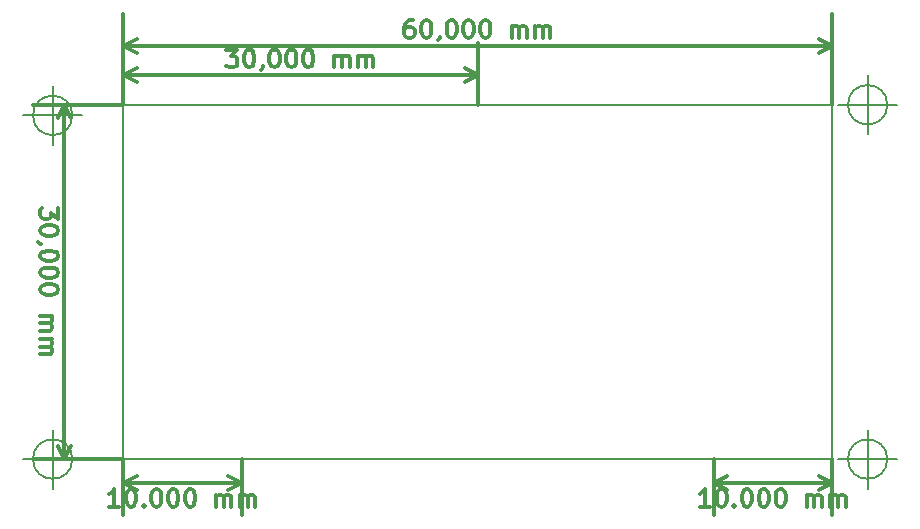
<source format=gbr>
G04 #@! TF.GenerationSoftware,KiCad,Pcbnew,(5.1.4)-1*
G04 #@! TF.CreationDate,2019-12-04T23:16:08+01:00*
G04 #@! TF.ProjectId,instru_bab_v2,696e7374-7275-45f6-9261-625f76322e6b,rev?*
G04 #@! TF.SameCoordinates,Original*
G04 #@! TF.FileFunction,Other,ECO1*
%FSLAX46Y46*%
G04 Gerber Fmt 4.6, Leading zero omitted, Abs format (unit mm)*
G04 Created by KiCad (PCBNEW (5.1.4)-1) date 2019-12-04 23:16:08*
%MOMM*%
%LPD*%
G04 APERTURE LIST*
%ADD10C,0.200000*%
%ADD11C,0.300000*%
G04 APERTURE END LIST*
D10*
X239666666Y-50000000D02*
G75*
G03X239666666Y-50000000I-1666666J0D01*
G01*
X235500000Y-50000000D02*
X240500000Y-50000000D01*
X238000000Y-47500000D02*
X238000000Y-52500000D01*
X170666666Y-50900000D02*
G75*
G03X170666666Y-50900000I-1666666J0D01*
G01*
X166500000Y-50900000D02*
X171500000Y-50900000D01*
X169000000Y-48400000D02*
X169000000Y-53400000D01*
X170666666Y-80000000D02*
G75*
G03X170666666Y-80000000I-1666666J0D01*
G01*
X166500000Y-80000000D02*
X171500000Y-80000000D01*
X169000000Y-77500000D02*
X169000000Y-82500000D01*
X239666666Y-80000000D02*
G75*
G03X239666666Y-80000000I-1666666J0D01*
G01*
X235500000Y-80000000D02*
X240500000Y-80000000D01*
X238000000Y-77500000D02*
X238000000Y-82500000D01*
D11*
X224642857Y-84028571D02*
X223785714Y-84028571D01*
X224214285Y-84028571D02*
X224214285Y-82528571D01*
X224071428Y-82742857D01*
X223928571Y-82885714D01*
X223785714Y-82957142D01*
X225571428Y-82528571D02*
X225714285Y-82528571D01*
X225857142Y-82600000D01*
X225928571Y-82671428D01*
X226000000Y-82814285D01*
X226071428Y-83100000D01*
X226071428Y-83457142D01*
X226000000Y-83742857D01*
X225928571Y-83885714D01*
X225857142Y-83957142D01*
X225714285Y-84028571D01*
X225571428Y-84028571D01*
X225428571Y-83957142D01*
X225357142Y-83885714D01*
X225285714Y-83742857D01*
X225214285Y-83457142D01*
X225214285Y-83100000D01*
X225285714Y-82814285D01*
X225357142Y-82671428D01*
X225428571Y-82600000D01*
X225571428Y-82528571D01*
X226714285Y-83885714D02*
X226785714Y-83957142D01*
X226714285Y-84028571D01*
X226642857Y-83957142D01*
X226714285Y-83885714D01*
X226714285Y-84028571D01*
X227714285Y-82528571D02*
X227857142Y-82528571D01*
X228000000Y-82600000D01*
X228071428Y-82671428D01*
X228142857Y-82814285D01*
X228214285Y-83100000D01*
X228214285Y-83457142D01*
X228142857Y-83742857D01*
X228071428Y-83885714D01*
X228000000Y-83957142D01*
X227857142Y-84028571D01*
X227714285Y-84028571D01*
X227571428Y-83957142D01*
X227500000Y-83885714D01*
X227428571Y-83742857D01*
X227357142Y-83457142D01*
X227357142Y-83100000D01*
X227428571Y-82814285D01*
X227500000Y-82671428D01*
X227571428Y-82600000D01*
X227714285Y-82528571D01*
X229142857Y-82528571D02*
X229285714Y-82528571D01*
X229428571Y-82600000D01*
X229500000Y-82671428D01*
X229571428Y-82814285D01*
X229642857Y-83100000D01*
X229642857Y-83457142D01*
X229571428Y-83742857D01*
X229500000Y-83885714D01*
X229428571Y-83957142D01*
X229285714Y-84028571D01*
X229142857Y-84028571D01*
X229000000Y-83957142D01*
X228928571Y-83885714D01*
X228857142Y-83742857D01*
X228785714Y-83457142D01*
X228785714Y-83100000D01*
X228857142Y-82814285D01*
X228928571Y-82671428D01*
X229000000Y-82600000D01*
X229142857Y-82528571D01*
X230571428Y-82528571D02*
X230714285Y-82528571D01*
X230857142Y-82600000D01*
X230928571Y-82671428D01*
X231000000Y-82814285D01*
X231071428Y-83100000D01*
X231071428Y-83457142D01*
X231000000Y-83742857D01*
X230928571Y-83885714D01*
X230857142Y-83957142D01*
X230714285Y-84028571D01*
X230571428Y-84028571D01*
X230428571Y-83957142D01*
X230357142Y-83885714D01*
X230285714Y-83742857D01*
X230214285Y-83457142D01*
X230214285Y-83100000D01*
X230285714Y-82814285D01*
X230357142Y-82671428D01*
X230428571Y-82600000D01*
X230571428Y-82528571D01*
X232857142Y-84028571D02*
X232857142Y-83028571D01*
X232857142Y-83171428D02*
X232928571Y-83100000D01*
X233071428Y-83028571D01*
X233285714Y-83028571D01*
X233428571Y-83100000D01*
X233500000Y-83242857D01*
X233500000Y-84028571D01*
X233500000Y-83242857D02*
X233571428Y-83100000D01*
X233714285Y-83028571D01*
X233928571Y-83028571D01*
X234071428Y-83100000D01*
X234142857Y-83242857D01*
X234142857Y-84028571D01*
X234857142Y-84028571D02*
X234857142Y-83028571D01*
X234857142Y-83171428D02*
X234928571Y-83100000D01*
X235071428Y-83028571D01*
X235285714Y-83028571D01*
X235428571Y-83100000D01*
X235500000Y-83242857D01*
X235500000Y-84028571D01*
X235500000Y-83242857D02*
X235571428Y-83100000D01*
X235714285Y-83028571D01*
X235928571Y-83028571D01*
X236071428Y-83100000D01*
X236142857Y-83242857D01*
X236142857Y-84028571D01*
X235000000Y-82000000D02*
X225000000Y-82000000D01*
X235000000Y-80000000D02*
X235000000Y-84700000D01*
X225000000Y-80000000D02*
X225000000Y-84700000D01*
X225000000Y-82000000D02*
X226126504Y-81413579D01*
X225000000Y-82000000D02*
X226126504Y-82586421D01*
X235000000Y-82000000D02*
X233873496Y-81413579D01*
X235000000Y-82000000D02*
X233873496Y-82586421D01*
X174642857Y-84028571D02*
X173785714Y-84028571D01*
X174214285Y-84028571D02*
X174214285Y-82528571D01*
X174071428Y-82742857D01*
X173928571Y-82885714D01*
X173785714Y-82957142D01*
X175571428Y-82528571D02*
X175714285Y-82528571D01*
X175857142Y-82600000D01*
X175928571Y-82671428D01*
X176000000Y-82814285D01*
X176071428Y-83100000D01*
X176071428Y-83457142D01*
X176000000Y-83742857D01*
X175928571Y-83885714D01*
X175857142Y-83957142D01*
X175714285Y-84028571D01*
X175571428Y-84028571D01*
X175428571Y-83957142D01*
X175357142Y-83885714D01*
X175285714Y-83742857D01*
X175214285Y-83457142D01*
X175214285Y-83100000D01*
X175285714Y-82814285D01*
X175357142Y-82671428D01*
X175428571Y-82600000D01*
X175571428Y-82528571D01*
X176714285Y-83885714D02*
X176785714Y-83957142D01*
X176714285Y-84028571D01*
X176642857Y-83957142D01*
X176714285Y-83885714D01*
X176714285Y-84028571D01*
X177714285Y-82528571D02*
X177857142Y-82528571D01*
X178000000Y-82600000D01*
X178071428Y-82671428D01*
X178142857Y-82814285D01*
X178214285Y-83100000D01*
X178214285Y-83457142D01*
X178142857Y-83742857D01*
X178071428Y-83885714D01*
X178000000Y-83957142D01*
X177857142Y-84028571D01*
X177714285Y-84028571D01*
X177571428Y-83957142D01*
X177500000Y-83885714D01*
X177428571Y-83742857D01*
X177357142Y-83457142D01*
X177357142Y-83100000D01*
X177428571Y-82814285D01*
X177500000Y-82671428D01*
X177571428Y-82600000D01*
X177714285Y-82528571D01*
X179142857Y-82528571D02*
X179285714Y-82528571D01*
X179428571Y-82600000D01*
X179500000Y-82671428D01*
X179571428Y-82814285D01*
X179642857Y-83100000D01*
X179642857Y-83457142D01*
X179571428Y-83742857D01*
X179500000Y-83885714D01*
X179428571Y-83957142D01*
X179285714Y-84028571D01*
X179142857Y-84028571D01*
X179000000Y-83957142D01*
X178928571Y-83885714D01*
X178857142Y-83742857D01*
X178785714Y-83457142D01*
X178785714Y-83100000D01*
X178857142Y-82814285D01*
X178928571Y-82671428D01*
X179000000Y-82600000D01*
X179142857Y-82528571D01*
X180571428Y-82528571D02*
X180714285Y-82528571D01*
X180857142Y-82600000D01*
X180928571Y-82671428D01*
X181000000Y-82814285D01*
X181071428Y-83100000D01*
X181071428Y-83457142D01*
X181000000Y-83742857D01*
X180928571Y-83885714D01*
X180857142Y-83957142D01*
X180714285Y-84028571D01*
X180571428Y-84028571D01*
X180428571Y-83957142D01*
X180357142Y-83885714D01*
X180285714Y-83742857D01*
X180214285Y-83457142D01*
X180214285Y-83100000D01*
X180285714Y-82814285D01*
X180357142Y-82671428D01*
X180428571Y-82600000D01*
X180571428Y-82528571D01*
X182857142Y-84028571D02*
X182857142Y-83028571D01*
X182857142Y-83171428D02*
X182928571Y-83100000D01*
X183071428Y-83028571D01*
X183285714Y-83028571D01*
X183428571Y-83100000D01*
X183500000Y-83242857D01*
X183500000Y-84028571D01*
X183500000Y-83242857D02*
X183571428Y-83100000D01*
X183714285Y-83028571D01*
X183928571Y-83028571D01*
X184071428Y-83100000D01*
X184142857Y-83242857D01*
X184142857Y-84028571D01*
X184857142Y-84028571D02*
X184857142Y-83028571D01*
X184857142Y-83171428D02*
X184928571Y-83100000D01*
X185071428Y-83028571D01*
X185285714Y-83028571D01*
X185428571Y-83100000D01*
X185500000Y-83242857D01*
X185500000Y-84028571D01*
X185500000Y-83242857D02*
X185571428Y-83100000D01*
X185714285Y-83028571D01*
X185928571Y-83028571D01*
X186071428Y-83100000D01*
X186142857Y-83242857D01*
X186142857Y-84028571D01*
X175000000Y-82000000D02*
X185000000Y-82000000D01*
X175000000Y-80000000D02*
X175000000Y-84700000D01*
X185000000Y-80000000D02*
X185000000Y-84700000D01*
X185000000Y-82000000D02*
X183873496Y-82586421D01*
X185000000Y-82000000D02*
X183873496Y-81413579D01*
X175000000Y-82000000D02*
X176126504Y-82586421D01*
X175000000Y-82000000D02*
X176126504Y-81413579D01*
X183714285Y-45328571D02*
X184642857Y-45328571D01*
X184142857Y-45900000D01*
X184357142Y-45900000D01*
X184500000Y-45971428D01*
X184571428Y-46042857D01*
X184642857Y-46185714D01*
X184642857Y-46542857D01*
X184571428Y-46685714D01*
X184500000Y-46757142D01*
X184357142Y-46828571D01*
X183928571Y-46828571D01*
X183785714Y-46757142D01*
X183714285Y-46685714D01*
X185571428Y-45328571D02*
X185714285Y-45328571D01*
X185857142Y-45400000D01*
X185928571Y-45471428D01*
X186000000Y-45614285D01*
X186071428Y-45900000D01*
X186071428Y-46257142D01*
X186000000Y-46542857D01*
X185928571Y-46685714D01*
X185857142Y-46757142D01*
X185714285Y-46828571D01*
X185571428Y-46828571D01*
X185428571Y-46757142D01*
X185357142Y-46685714D01*
X185285714Y-46542857D01*
X185214285Y-46257142D01*
X185214285Y-45900000D01*
X185285714Y-45614285D01*
X185357142Y-45471428D01*
X185428571Y-45400000D01*
X185571428Y-45328571D01*
X186785714Y-46757142D02*
X186785714Y-46828571D01*
X186714285Y-46971428D01*
X186642857Y-47042857D01*
X187714285Y-45328571D02*
X187857142Y-45328571D01*
X188000000Y-45400000D01*
X188071428Y-45471428D01*
X188142857Y-45614285D01*
X188214285Y-45900000D01*
X188214285Y-46257142D01*
X188142857Y-46542857D01*
X188071428Y-46685714D01*
X188000000Y-46757142D01*
X187857142Y-46828571D01*
X187714285Y-46828571D01*
X187571428Y-46757142D01*
X187500000Y-46685714D01*
X187428571Y-46542857D01*
X187357142Y-46257142D01*
X187357142Y-45900000D01*
X187428571Y-45614285D01*
X187500000Y-45471428D01*
X187571428Y-45400000D01*
X187714285Y-45328571D01*
X189142857Y-45328571D02*
X189285714Y-45328571D01*
X189428571Y-45400000D01*
X189500000Y-45471428D01*
X189571428Y-45614285D01*
X189642857Y-45900000D01*
X189642857Y-46257142D01*
X189571428Y-46542857D01*
X189500000Y-46685714D01*
X189428571Y-46757142D01*
X189285714Y-46828571D01*
X189142857Y-46828571D01*
X189000000Y-46757142D01*
X188928571Y-46685714D01*
X188857142Y-46542857D01*
X188785714Y-46257142D01*
X188785714Y-45900000D01*
X188857142Y-45614285D01*
X188928571Y-45471428D01*
X189000000Y-45400000D01*
X189142857Y-45328571D01*
X190571428Y-45328571D02*
X190714285Y-45328571D01*
X190857142Y-45400000D01*
X190928571Y-45471428D01*
X191000000Y-45614285D01*
X191071428Y-45900000D01*
X191071428Y-46257142D01*
X191000000Y-46542857D01*
X190928571Y-46685714D01*
X190857142Y-46757142D01*
X190714285Y-46828571D01*
X190571428Y-46828571D01*
X190428571Y-46757142D01*
X190357142Y-46685714D01*
X190285714Y-46542857D01*
X190214285Y-46257142D01*
X190214285Y-45900000D01*
X190285714Y-45614285D01*
X190357142Y-45471428D01*
X190428571Y-45400000D01*
X190571428Y-45328571D01*
X192857142Y-46828571D02*
X192857142Y-45828571D01*
X192857142Y-45971428D02*
X192928571Y-45900000D01*
X193071428Y-45828571D01*
X193285714Y-45828571D01*
X193428571Y-45900000D01*
X193500000Y-46042857D01*
X193500000Y-46828571D01*
X193500000Y-46042857D02*
X193571428Y-45900000D01*
X193714285Y-45828571D01*
X193928571Y-45828571D01*
X194071428Y-45900000D01*
X194142857Y-46042857D01*
X194142857Y-46828571D01*
X194857142Y-46828571D02*
X194857142Y-45828571D01*
X194857142Y-45971428D02*
X194928571Y-45900000D01*
X195071428Y-45828571D01*
X195285714Y-45828571D01*
X195428571Y-45900000D01*
X195500000Y-46042857D01*
X195500000Y-46828571D01*
X195500000Y-46042857D02*
X195571428Y-45900000D01*
X195714285Y-45828571D01*
X195928571Y-45828571D01*
X196071428Y-45900000D01*
X196142857Y-46042857D01*
X196142857Y-46828571D01*
X175000000Y-47500000D02*
X205000000Y-47500000D01*
X175000000Y-50000000D02*
X175000000Y-44800000D01*
X205000000Y-50000000D02*
X205000000Y-44800000D01*
X205000000Y-47500000D02*
X203873496Y-48086421D01*
X205000000Y-47500000D02*
X203873496Y-46913579D01*
X175000000Y-47500000D02*
X176126504Y-48086421D01*
X175000000Y-47500000D02*
X176126504Y-46913579D01*
D10*
X235000000Y-50000000D02*
X175000000Y-50000000D01*
X235000000Y-80000000D02*
X235000000Y-50000000D01*
X175000000Y-80000000D02*
X235000000Y-80000000D01*
X175000000Y-50000000D02*
X175000000Y-80000000D01*
D11*
X199500000Y-42828571D02*
X199214285Y-42828571D01*
X199071428Y-42900000D01*
X199000000Y-42971428D01*
X198857142Y-43185714D01*
X198785714Y-43471428D01*
X198785714Y-44042857D01*
X198857142Y-44185714D01*
X198928571Y-44257142D01*
X199071428Y-44328571D01*
X199357142Y-44328571D01*
X199500000Y-44257142D01*
X199571428Y-44185714D01*
X199642857Y-44042857D01*
X199642857Y-43685714D01*
X199571428Y-43542857D01*
X199500000Y-43471428D01*
X199357142Y-43400000D01*
X199071428Y-43400000D01*
X198928571Y-43471428D01*
X198857142Y-43542857D01*
X198785714Y-43685714D01*
X200571428Y-42828571D02*
X200714285Y-42828571D01*
X200857142Y-42900000D01*
X200928571Y-42971428D01*
X201000000Y-43114285D01*
X201071428Y-43400000D01*
X201071428Y-43757142D01*
X201000000Y-44042857D01*
X200928571Y-44185714D01*
X200857142Y-44257142D01*
X200714285Y-44328571D01*
X200571428Y-44328571D01*
X200428571Y-44257142D01*
X200357142Y-44185714D01*
X200285714Y-44042857D01*
X200214285Y-43757142D01*
X200214285Y-43400000D01*
X200285714Y-43114285D01*
X200357142Y-42971428D01*
X200428571Y-42900000D01*
X200571428Y-42828571D01*
X201785714Y-44257142D02*
X201785714Y-44328571D01*
X201714285Y-44471428D01*
X201642857Y-44542857D01*
X202714285Y-42828571D02*
X202857142Y-42828571D01*
X203000000Y-42900000D01*
X203071428Y-42971428D01*
X203142857Y-43114285D01*
X203214285Y-43400000D01*
X203214285Y-43757142D01*
X203142857Y-44042857D01*
X203071428Y-44185714D01*
X203000000Y-44257142D01*
X202857142Y-44328571D01*
X202714285Y-44328571D01*
X202571428Y-44257142D01*
X202500000Y-44185714D01*
X202428571Y-44042857D01*
X202357142Y-43757142D01*
X202357142Y-43400000D01*
X202428571Y-43114285D01*
X202500000Y-42971428D01*
X202571428Y-42900000D01*
X202714285Y-42828571D01*
X204142857Y-42828571D02*
X204285714Y-42828571D01*
X204428571Y-42900000D01*
X204500000Y-42971428D01*
X204571428Y-43114285D01*
X204642857Y-43400000D01*
X204642857Y-43757142D01*
X204571428Y-44042857D01*
X204500000Y-44185714D01*
X204428571Y-44257142D01*
X204285714Y-44328571D01*
X204142857Y-44328571D01*
X204000000Y-44257142D01*
X203928571Y-44185714D01*
X203857142Y-44042857D01*
X203785714Y-43757142D01*
X203785714Y-43400000D01*
X203857142Y-43114285D01*
X203928571Y-42971428D01*
X204000000Y-42900000D01*
X204142857Y-42828571D01*
X205571428Y-42828571D02*
X205714285Y-42828571D01*
X205857142Y-42900000D01*
X205928571Y-42971428D01*
X206000000Y-43114285D01*
X206071428Y-43400000D01*
X206071428Y-43757142D01*
X206000000Y-44042857D01*
X205928571Y-44185714D01*
X205857142Y-44257142D01*
X205714285Y-44328571D01*
X205571428Y-44328571D01*
X205428571Y-44257142D01*
X205357142Y-44185714D01*
X205285714Y-44042857D01*
X205214285Y-43757142D01*
X205214285Y-43400000D01*
X205285714Y-43114285D01*
X205357142Y-42971428D01*
X205428571Y-42900000D01*
X205571428Y-42828571D01*
X207857142Y-44328571D02*
X207857142Y-43328571D01*
X207857142Y-43471428D02*
X207928571Y-43400000D01*
X208071428Y-43328571D01*
X208285714Y-43328571D01*
X208428571Y-43400000D01*
X208500000Y-43542857D01*
X208500000Y-44328571D01*
X208500000Y-43542857D02*
X208571428Y-43400000D01*
X208714285Y-43328571D01*
X208928571Y-43328571D01*
X209071428Y-43400000D01*
X209142857Y-43542857D01*
X209142857Y-44328571D01*
X209857142Y-44328571D02*
X209857142Y-43328571D01*
X209857142Y-43471428D02*
X209928571Y-43400000D01*
X210071428Y-43328571D01*
X210285714Y-43328571D01*
X210428571Y-43400000D01*
X210500000Y-43542857D01*
X210500000Y-44328571D01*
X210500000Y-43542857D02*
X210571428Y-43400000D01*
X210714285Y-43328571D01*
X210928571Y-43328571D01*
X211071428Y-43400000D01*
X211142857Y-43542857D01*
X211142857Y-44328571D01*
X175000000Y-45000000D02*
X235000000Y-45000000D01*
X175000000Y-50000000D02*
X175000000Y-42300000D01*
X235000000Y-50000000D02*
X235000000Y-42300000D01*
X235000000Y-45000000D02*
X233873496Y-45586421D01*
X235000000Y-45000000D02*
X233873496Y-44413579D01*
X175000000Y-45000000D02*
X176126504Y-45586421D01*
X175000000Y-45000000D02*
X176126504Y-44413579D01*
X169471428Y-58714285D02*
X169471428Y-59642857D01*
X168900000Y-59142857D01*
X168900000Y-59357142D01*
X168828571Y-59500000D01*
X168757142Y-59571428D01*
X168614285Y-59642857D01*
X168257142Y-59642857D01*
X168114285Y-59571428D01*
X168042857Y-59500000D01*
X167971428Y-59357142D01*
X167971428Y-58928571D01*
X168042857Y-58785714D01*
X168114285Y-58714285D01*
X169471428Y-60571428D02*
X169471428Y-60714285D01*
X169400000Y-60857142D01*
X169328571Y-60928571D01*
X169185714Y-61000000D01*
X168900000Y-61071428D01*
X168542857Y-61071428D01*
X168257142Y-61000000D01*
X168114285Y-60928571D01*
X168042857Y-60857142D01*
X167971428Y-60714285D01*
X167971428Y-60571428D01*
X168042857Y-60428571D01*
X168114285Y-60357142D01*
X168257142Y-60285714D01*
X168542857Y-60214285D01*
X168900000Y-60214285D01*
X169185714Y-60285714D01*
X169328571Y-60357142D01*
X169400000Y-60428571D01*
X169471428Y-60571428D01*
X168042857Y-61785714D02*
X167971428Y-61785714D01*
X167828571Y-61714285D01*
X167757142Y-61642857D01*
X169471428Y-62714285D02*
X169471428Y-62857142D01*
X169400000Y-63000000D01*
X169328571Y-63071428D01*
X169185714Y-63142857D01*
X168900000Y-63214285D01*
X168542857Y-63214285D01*
X168257142Y-63142857D01*
X168114285Y-63071428D01*
X168042857Y-63000000D01*
X167971428Y-62857142D01*
X167971428Y-62714285D01*
X168042857Y-62571428D01*
X168114285Y-62500000D01*
X168257142Y-62428571D01*
X168542857Y-62357142D01*
X168900000Y-62357142D01*
X169185714Y-62428571D01*
X169328571Y-62500000D01*
X169400000Y-62571428D01*
X169471428Y-62714285D01*
X169471428Y-64142857D02*
X169471428Y-64285714D01*
X169400000Y-64428571D01*
X169328571Y-64500000D01*
X169185714Y-64571428D01*
X168900000Y-64642857D01*
X168542857Y-64642857D01*
X168257142Y-64571428D01*
X168114285Y-64500000D01*
X168042857Y-64428571D01*
X167971428Y-64285714D01*
X167971428Y-64142857D01*
X168042857Y-64000000D01*
X168114285Y-63928571D01*
X168257142Y-63857142D01*
X168542857Y-63785714D01*
X168900000Y-63785714D01*
X169185714Y-63857142D01*
X169328571Y-63928571D01*
X169400000Y-64000000D01*
X169471428Y-64142857D01*
X169471428Y-65571428D02*
X169471428Y-65714285D01*
X169400000Y-65857142D01*
X169328571Y-65928571D01*
X169185714Y-66000000D01*
X168900000Y-66071428D01*
X168542857Y-66071428D01*
X168257142Y-66000000D01*
X168114285Y-65928571D01*
X168042857Y-65857142D01*
X167971428Y-65714285D01*
X167971428Y-65571428D01*
X168042857Y-65428571D01*
X168114285Y-65357142D01*
X168257142Y-65285714D01*
X168542857Y-65214285D01*
X168900000Y-65214285D01*
X169185714Y-65285714D01*
X169328571Y-65357142D01*
X169400000Y-65428571D01*
X169471428Y-65571428D01*
X167971428Y-67857142D02*
X168971428Y-67857142D01*
X168828571Y-67857142D02*
X168900000Y-67928571D01*
X168971428Y-68071428D01*
X168971428Y-68285714D01*
X168900000Y-68428571D01*
X168757142Y-68500000D01*
X167971428Y-68500000D01*
X168757142Y-68500000D02*
X168900000Y-68571428D01*
X168971428Y-68714285D01*
X168971428Y-68928571D01*
X168900000Y-69071428D01*
X168757142Y-69142857D01*
X167971428Y-69142857D01*
X167971428Y-69857142D02*
X168971428Y-69857142D01*
X168828571Y-69857142D02*
X168900000Y-69928571D01*
X168971428Y-70071428D01*
X168971428Y-70285714D01*
X168900000Y-70428571D01*
X168757142Y-70500000D01*
X167971428Y-70500000D01*
X168757142Y-70500000D02*
X168900000Y-70571428D01*
X168971428Y-70714285D01*
X168971428Y-70928571D01*
X168900000Y-71071428D01*
X168757142Y-71142857D01*
X167971428Y-71142857D01*
X170000000Y-50000000D02*
X170000000Y-80000000D01*
X175000000Y-50000000D02*
X167300000Y-50000000D01*
X175000000Y-80000000D02*
X167300000Y-80000000D01*
X170000000Y-80000000D02*
X169413579Y-78873496D01*
X170000000Y-80000000D02*
X170586421Y-78873496D01*
X170000000Y-50000000D02*
X169413579Y-51126504D01*
X170000000Y-50000000D02*
X170586421Y-51126504D01*
M02*

</source>
